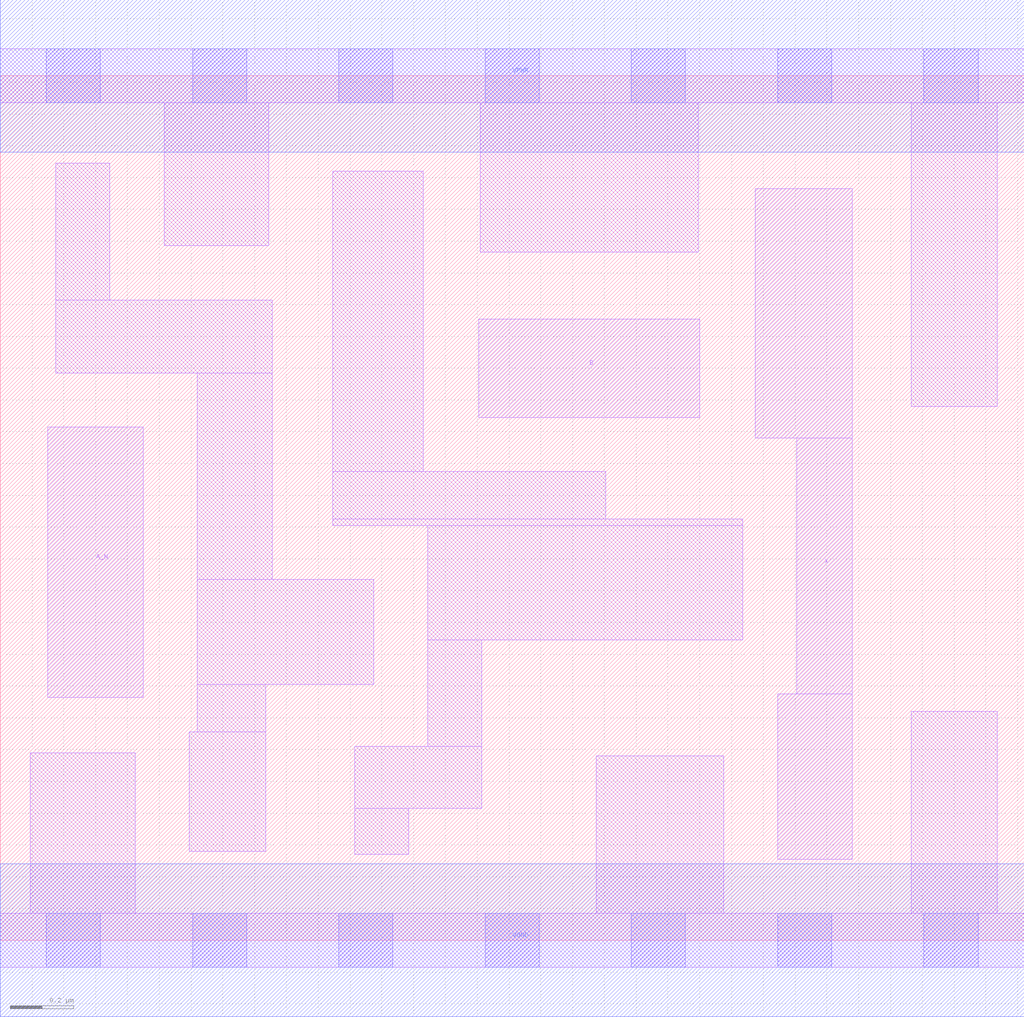
<source format=lef>
# Copyright 2020 The SkyWater PDK Authors
#
# Licensed under the Apache License, Version 2.0 (the "License");
# you may not use this file except in compliance with the License.
# You may obtain a copy of the License at
#
#     https://www.apache.org/licenses/LICENSE-2.0
#
# Unless required by applicable law or agreed to in writing, software
# distributed under the License is distributed on an "AS IS" BASIS,
# WITHOUT WARRANTIES OR CONDITIONS OF ANY KIND, either express or implied.
# See the License for the specific language governing permissions and
# limitations under the License.
#
# SPDX-License-Identifier: Apache-2.0

VERSION 5.7 ;
  NAMESCASESENSITIVE ON ;
  NOWIREEXTENSIONATPIN ON ;
  DIVIDERCHAR "/" ;
  BUSBITCHARS "[]" ;
UNITS
  DATABASE MICRONS 200 ;
END UNITS
MACRO sky130_fd_sc_hd__and2b_2
  CLASS CORE ;
  SOURCE USER ;
  FOREIGN sky130_fd_sc_hd__and2b_2 ;
  ORIGIN  0.000000  0.000000 ;
  SIZE  3.220000 BY  2.720000 ;
  SYMMETRY X Y R90 ;
  SITE unithd ;
  PIN A_N
    ANTENNAGATEAREA  0.126000 ;
    DIRECTION INPUT ;
    USE SIGNAL ;
    PORT
      LAYER li1 ;
        RECT 0.150000 0.765000 0.450000 1.615000 ;
    END
  END A_N
  PIN B
    ANTENNAGATEAREA  0.126000 ;
    DIRECTION INPUT ;
    USE SIGNAL ;
    PORT
      LAYER li1 ;
        RECT 1.505000 1.645000 2.200000 1.955000 ;
    END
  END B
  PIN X
    ANTENNADIFFAREA  0.445500 ;
    DIRECTION OUTPUT ;
    USE SIGNAL ;
    PORT
      LAYER li1 ;
        RECT 2.375000 1.580000 2.680000 2.365000 ;
        RECT 2.445000 0.255000 2.680000 0.775000 ;
        RECT 2.505000 0.775000 2.680000 1.580000 ;
    END
  END X
  PIN VGND
    DIRECTION INOUT ;
    SHAPE ABUTMENT ;
    USE GROUND ;
    PORT
      LAYER met1 ;
        RECT 0.000000 -0.240000 3.220000 0.240000 ;
    END
  END VGND
  PIN VPWR
    DIRECTION INOUT ;
    SHAPE ABUTMENT ;
    USE POWER ;
    PORT
      LAYER met1 ;
        RECT 0.000000 2.480000 3.220000 2.960000 ;
    END
  END VPWR
  OBS
    LAYER li1 ;
      RECT 0.000000 -0.085000 3.220000 0.085000 ;
      RECT 0.000000  2.635000 3.220000 2.805000 ;
      RECT 0.095000  0.085000 0.425000 0.590000 ;
      RECT 0.175000  1.785000 0.855000 2.015000 ;
      RECT 0.175000  2.015000 0.345000 2.445000 ;
      RECT 0.515000  2.185000 0.845000 2.635000 ;
      RECT 0.595000  0.280000 0.835000 0.655000 ;
      RECT 0.620000  0.655000 0.835000 0.805000 ;
      RECT 0.620000  0.805000 1.175000 1.135000 ;
      RECT 0.620000  1.135000 0.855000 1.785000 ;
      RECT 1.045000  1.305000 2.335000 1.325000 ;
      RECT 1.045000  1.325000 1.905000 1.475000 ;
      RECT 1.045000  1.475000 1.330000 2.420000 ;
      RECT 1.115000  0.270000 1.285000 0.415000 ;
      RECT 1.115000  0.415000 1.515000 0.610000 ;
      RECT 1.345000  0.610000 1.515000 0.945000 ;
      RECT 1.345000  0.945000 2.335000 1.305000 ;
      RECT 1.510000  2.165000 2.195000 2.635000 ;
      RECT 1.875000  0.085000 2.275000 0.580000 ;
      RECT 2.865000  0.085000 3.135000 0.720000 ;
      RECT 2.865000  1.680000 3.135000 2.635000 ;
    LAYER mcon ;
      RECT 0.145000 -0.085000 0.315000 0.085000 ;
      RECT 0.145000  2.635000 0.315000 2.805000 ;
      RECT 0.605000 -0.085000 0.775000 0.085000 ;
      RECT 0.605000  2.635000 0.775000 2.805000 ;
      RECT 1.065000 -0.085000 1.235000 0.085000 ;
      RECT 1.065000  2.635000 1.235000 2.805000 ;
      RECT 1.525000 -0.085000 1.695000 0.085000 ;
      RECT 1.525000  2.635000 1.695000 2.805000 ;
      RECT 1.985000 -0.085000 2.155000 0.085000 ;
      RECT 1.985000  2.635000 2.155000 2.805000 ;
      RECT 2.445000 -0.085000 2.615000 0.085000 ;
      RECT 2.445000  2.635000 2.615000 2.805000 ;
      RECT 2.905000 -0.085000 3.075000 0.085000 ;
      RECT 2.905000  2.635000 3.075000 2.805000 ;
  END
END sky130_fd_sc_hd__and2b_2

</source>
